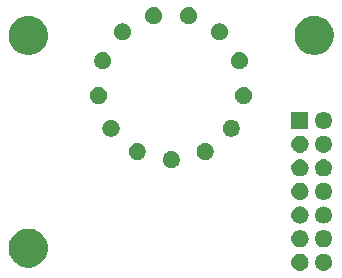
<source format=gbr>
G04 #@! TF.GenerationSoftware,KiCad,Pcbnew,(5.1.2-1)-1*
G04 #@! TF.CreationDate,2021-04-17T11:50:00+08:00*
G04 #@! TF.ProjectId,Nixie,4e697869-652e-46b6-9963-61645f706362,rev?*
G04 #@! TF.SameCoordinates,Original*
G04 #@! TF.FileFunction,Soldermask,Bot*
G04 #@! TF.FilePolarity,Negative*
%FSLAX46Y46*%
G04 Gerber Fmt 4.6, Leading zero omitted, Abs format (unit mm)*
G04 Created by KiCad (PCBNEW (5.1.2-1)-1) date 2021-04-17 11:50:00*
%MOMM*%
%LPD*%
G04 APERTURE LIST*
%ADD10C,0.100000*%
G04 APERTURE END LIST*
D10*
G36*
X177071213Y-101477502D02*
G01*
X177142321Y-101484505D01*
X177279172Y-101526019D01*
X177279175Y-101526020D01*
X177405294Y-101593432D01*
X177515843Y-101684157D01*
X177606568Y-101794706D01*
X177673980Y-101920825D01*
X177673981Y-101920828D01*
X177715495Y-102057679D01*
X177729512Y-102200000D01*
X177715495Y-102342321D01*
X177678857Y-102463097D01*
X177673980Y-102479175D01*
X177606568Y-102605294D01*
X177515843Y-102715843D01*
X177405294Y-102806568D01*
X177279175Y-102873980D01*
X177279172Y-102873981D01*
X177142321Y-102915495D01*
X177071213Y-102922498D01*
X177035660Y-102926000D01*
X176964340Y-102926000D01*
X176928787Y-102922498D01*
X176857679Y-102915495D01*
X176720828Y-102873981D01*
X176720825Y-102873980D01*
X176594706Y-102806568D01*
X176484157Y-102715843D01*
X176393432Y-102605294D01*
X176326020Y-102479175D01*
X176321143Y-102463097D01*
X176284505Y-102342321D01*
X176270488Y-102200000D01*
X176284505Y-102057679D01*
X176326019Y-101920828D01*
X176326020Y-101920825D01*
X176393432Y-101794706D01*
X176484157Y-101684157D01*
X176594706Y-101593432D01*
X176720825Y-101526020D01*
X176720828Y-101526019D01*
X176857679Y-101484505D01*
X176928787Y-101477502D01*
X176964340Y-101474000D01*
X177035660Y-101474000D01*
X177071213Y-101477502D01*
X177071213Y-101477502D01*
G37*
G36*
X175071213Y-101477502D02*
G01*
X175142321Y-101484505D01*
X175279172Y-101526019D01*
X175279175Y-101526020D01*
X175405294Y-101593432D01*
X175515843Y-101684157D01*
X175606568Y-101794706D01*
X175673980Y-101920825D01*
X175673981Y-101920828D01*
X175715495Y-102057679D01*
X175729512Y-102200000D01*
X175715495Y-102342321D01*
X175678857Y-102463097D01*
X175673980Y-102479175D01*
X175606568Y-102605294D01*
X175515843Y-102715843D01*
X175405294Y-102806568D01*
X175279175Y-102873980D01*
X175279172Y-102873981D01*
X175142321Y-102915495D01*
X175071213Y-102922498D01*
X175035660Y-102926000D01*
X174964340Y-102926000D01*
X174928787Y-102922498D01*
X174857679Y-102915495D01*
X174720828Y-102873981D01*
X174720825Y-102873980D01*
X174594706Y-102806568D01*
X174484157Y-102715843D01*
X174393432Y-102605294D01*
X174326020Y-102479175D01*
X174321143Y-102463097D01*
X174284505Y-102342321D01*
X174270488Y-102200000D01*
X174284505Y-102057679D01*
X174326019Y-101920828D01*
X174326020Y-101920825D01*
X174393432Y-101794706D01*
X174484157Y-101684157D01*
X174594706Y-101593432D01*
X174720825Y-101526020D01*
X174720828Y-101526019D01*
X174857679Y-101484505D01*
X174928787Y-101477502D01*
X174964340Y-101474000D01*
X175035660Y-101474000D01*
X175071213Y-101477502D01*
X175071213Y-101477502D01*
G37*
G36*
X152375256Y-99391298D02*
G01*
X152481579Y-99412447D01*
X152782042Y-99536903D01*
X153052451Y-99717585D01*
X153282415Y-99947549D01*
X153463097Y-100217958D01*
X153587553Y-100518421D01*
X153651000Y-100837391D01*
X153651000Y-101162609D01*
X153587553Y-101481579D01*
X153463097Y-101782042D01*
X153282415Y-102052451D01*
X153052451Y-102282415D01*
X152782042Y-102463097D01*
X152782041Y-102463098D01*
X152782040Y-102463098D01*
X152694037Y-102499550D01*
X152481579Y-102587553D01*
X152392389Y-102605294D01*
X152162611Y-102651000D01*
X151837389Y-102651000D01*
X151607611Y-102605294D01*
X151518421Y-102587553D01*
X151305963Y-102499550D01*
X151217960Y-102463098D01*
X151217959Y-102463098D01*
X151217958Y-102463097D01*
X150947549Y-102282415D01*
X150717585Y-102052451D01*
X150536903Y-101782042D01*
X150412447Y-101481579D01*
X150349000Y-101162609D01*
X150349000Y-100837391D01*
X150412447Y-100518421D01*
X150536903Y-100217958D01*
X150717585Y-99947549D01*
X150947549Y-99717585D01*
X151217958Y-99536903D01*
X151518421Y-99412447D01*
X151624744Y-99391298D01*
X151837389Y-99349000D01*
X152162611Y-99349000D01*
X152375256Y-99391298D01*
X152375256Y-99391298D01*
G37*
G36*
X175071213Y-99477502D02*
G01*
X175142321Y-99484505D01*
X175279172Y-99526019D01*
X175279175Y-99526020D01*
X175405294Y-99593432D01*
X175515843Y-99684157D01*
X175606568Y-99794706D01*
X175673980Y-99920825D01*
X175673981Y-99920828D01*
X175715495Y-100057679D01*
X175729512Y-100200000D01*
X175715495Y-100342321D01*
X175673981Y-100479172D01*
X175673980Y-100479175D01*
X175606568Y-100605294D01*
X175515843Y-100715843D01*
X175405294Y-100806568D01*
X175279175Y-100873980D01*
X175279172Y-100873981D01*
X175142321Y-100915495D01*
X175071213Y-100922498D01*
X175035660Y-100926000D01*
X174964340Y-100926000D01*
X174928787Y-100922498D01*
X174857679Y-100915495D01*
X174720828Y-100873981D01*
X174720825Y-100873980D01*
X174594706Y-100806568D01*
X174484157Y-100715843D01*
X174393432Y-100605294D01*
X174326020Y-100479175D01*
X174326019Y-100479172D01*
X174284505Y-100342321D01*
X174270488Y-100200000D01*
X174284505Y-100057679D01*
X174326019Y-99920828D01*
X174326020Y-99920825D01*
X174393432Y-99794706D01*
X174484157Y-99684157D01*
X174594706Y-99593432D01*
X174720825Y-99526020D01*
X174720828Y-99526019D01*
X174857679Y-99484505D01*
X174928787Y-99477502D01*
X174964340Y-99474000D01*
X175035660Y-99474000D01*
X175071213Y-99477502D01*
X175071213Y-99477502D01*
G37*
G36*
X177071213Y-99477502D02*
G01*
X177142321Y-99484505D01*
X177279172Y-99526019D01*
X177279175Y-99526020D01*
X177405294Y-99593432D01*
X177515843Y-99684157D01*
X177606568Y-99794706D01*
X177673980Y-99920825D01*
X177673981Y-99920828D01*
X177715495Y-100057679D01*
X177729512Y-100200000D01*
X177715495Y-100342321D01*
X177673981Y-100479172D01*
X177673980Y-100479175D01*
X177606568Y-100605294D01*
X177515843Y-100715843D01*
X177405294Y-100806568D01*
X177279175Y-100873980D01*
X177279172Y-100873981D01*
X177142321Y-100915495D01*
X177071213Y-100922498D01*
X177035660Y-100926000D01*
X176964340Y-100926000D01*
X176928787Y-100922498D01*
X176857679Y-100915495D01*
X176720828Y-100873981D01*
X176720825Y-100873980D01*
X176594706Y-100806568D01*
X176484157Y-100715843D01*
X176393432Y-100605294D01*
X176326020Y-100479175D01*
X176326019Y-100479172D01*
X176284505Y-100342321D01*
X176270488Y-100200000D01*
X176284505Y-100057679D01*
X176326019Y-99920828D01*
X176326020Y-99920825D01*
X176393432Y-99794706D01*
X176484157Y-99684157D01*
X176594706Y-99593432D01*
X176720825Y-99526020D01*
X176720828Y-99526019D01*
X176857679Y-99484505D01*
X176928787Y-99477502D01*
X176964340Y-99474000D01*
X177035660Y-99474000D01*
X177071213Y-99477502D01*
X177071213Y-99477502D01*
G37*
G36*
X177071213Y-97477502D02*
G01*
X177142321Y-97484505D01*
X177279172Y-97526019D01*
X177279175Y-97526020D01*
X177405294Y-97593432D01*
X177515843Y-97684157D01*
X177606568Y-97794706D01*
X177673980Y-97920825D01*
X177673981Y-97920828D01*
X177715495Y-98057679D01*
X177729512Y-98200000D01*
X177715495Y-98342321D01*
X177673981Y-98479172D01*
X177673980Y-98479175D01*
X177606568Y-98605294D01*
X177515843Y-98715843D01*
X177405294Y-98806568D01*
X177279175Y-98873980D01*
X177279172Y-98873981D01*
X177142321Y-98915495D01*
X177071213Y-98922498D01*
X177035660Y-98926000D01*
X176964340Y-98926000D01*
X176928787Y-98922498D01*
X176857679Y-98915495D01*
X176720828Y-98873981D01*
X176720825Y-98873980D01*
X176594706Y-98806568D01*
X176484157Y-98715843D01*
X176393432Y-98605294D01*
X176326020Y-98479175D01*
X176326019Y-98479172D01*
X176284505Y-98342321D01*
X176270488Y-98200000D01*
X176284505Y-98057679D01*
X176326019Y-97920828D01*
X176326020Y-97920825D01*
X176393432Y-97794706D01*
X176484157Y-97684157D01*
X176594706Y-97593432D01*
X176720825Y-97526020D01*
X176720828Y-97526019D01*
X176857679Y-97484505D01*
X176928787Y-97477502D01*
X176964340Y-97474000D01*
X177035660Y-97474000D01*
X177071213Y-97477502D01*
X177071213Y-97477502D01*
G37*
G36*
X175071213Y-97477502D02*
G01*
X175142321Y-97484505D01*
X175279172Y-97526019D01*
X175279175Y-97526020D01*
X175405294Y-97593432D01*
X175515843Y-97684157D01*
X175606568Y-97794706D01*
X175673980Y-97920825D01*
X175673981Y-97920828D01*
X175715495Y-98057679D01*
X175729512Y-98200000D01*
X175715495Y-98342321D01*
X175673981Y-98479172D01*
X175673980Y-98479175D01*
X175606568Y-98605294D01*
X175515843Y-98715843D01*
X175405294Y-98806568D01*
X175279175Y-98873980D01*
X175279172Y-98873981D01*
X175142321Y-98915495D01*
X175071213Y-98922498D01*
X175035660Y-98926000D01*
X174964340Y-98926000D01*
X174928787Y-98922498D01*
X174857679Y-98915495D01*
X174720828Y-98873981D01*
X174720825Y-98873980D01*
X174594706Y-98806568D01*
X174484157Y-98715843D01*
X174393432Y-98605294D01*
X174326020Y-98479175D01*
X174326019Y-98479172D01*
X174284505Y-98342321D01*
X174270488Y-98200000D01*
X174284505Y-98057679D01*
X174326019Y-97920828D01*
X174326020Y-97920825D01*
X174393432Y-97794706D01*
X174484157Y-97684157D01*
X174594706Y-97593432D01*
X174720825Y-97526020D01*
X174720828Y-97526019D01*
X174857679Y-97484505D01*
X174928787Y-97477502D01*
X174964340Y-97474000D01*
X175035660Y-97474000D01*
X175071213Y-97477502D01*
X175071213Y-97477502D01*
G37*
G36*
X177071213Y-95477502D02*
G01*
X177142321Y-95484505D01*
X177279172Y-95526019D01*
X177279175Y-95526020D01*
X177405294Y-95593432D01*
X177515843Y-95684157D01*
X177606568Y-95794706D01*
X177673980Y-95920825D01*
X177673981Y-95920828D01*
X177715495Y-96057679D01*
X177729512Y-96200000D01*
X177715495Y-96342321D01*
X177673981Y-96479172D01*
X177673980Y-96479175D01*
X177606568Y-96605294D01*
X177515843Y-96715843D01*
X177405294Y-96806568D01*
X177279175Y-96873980D01*
X177279172Y-96873981D01*
X177142321Y-96915495D01*
X177071213Y-96922498D01*
X177035660Y-96926000D01*
X176964340Y-96926000D01*
X176928787Y-96922498D01*
X176857679Y-96915495D01*
X176720828Y-96873981D01*
X176720825Y-96873980D01*
X176594706Y-96806568D01*
X176484157Y-96715843D01*
X176393432Y-96605294D01*
X176326020Y-96479175D01*
X176326019Y-96479172D01*
X176284505Y-96342321D01*
X176270488Y-96200000D01*
X176284505Y-96057679D01*
X176326019Y-95920828D01*
X176326020Y-95920825D01*
X176393432Y-95794706D01*
X176484157Y-95684157D01*
X176594706Y-95593432D01*
X176720825Y-95526020D01*
X176720828Y-95526019D01*
X176857679Y-95484505D01*
X176928787Y-95477502D01*
X176964340Y-95474000D01*
X177035660Y-95474000D01*
X177071213Y-95477502D01*
X177071213Y-95477502D01*
G37*
G36*
X175071213Y-95477502D02*
G01*
X175142321Y-95484505D01*
X175279172Y-95526019D01*
X175279175Y-95526020D01*
X175405294Y-95593432D01*
X175515843Y-95684157D01*
X175606568Y-95794706D01*
X175673980Y-95920825D01*
X175673981Y-95920828D01*
X175715495Y-96057679D01*
X175729512Y-96200000D01*
X175715495Y-96342321D01*
X175673981Y-96479172D01*
X175673980Y-96479175D01*
X175606568Y-96605294D01*
X175515843Y-96715843D01*
X175405294Y-96806568D01*
X175279175Y-96873980D01*
X175279172Y-96873981D01*
X175142321Y-96915495D01*
X175071213Y-96922498D01*
X175035660Y-96926000D01*
X174964340Y-96926000D01*
X174928787Y-96922498D01*
X174857679Y-96915495D01*
X174720828Y-96873981D01*
X174720825Y-96873980D01*
X174594706Y-96806568D01*
X174484157Y-96715843D01*
X174393432Y-96605294D01*
X174326020Y-96479175D01*
X174326019Y-96479172D01*
X174284505Y-96342321D01*
X174270488Y-96200000D01*
X174284505Y-96057679D01*
X174326019Y-95920828D01*
X174326020Y-95920825D01*
X174393432Y-95794706D01*
X174484157Y-95684157D01*
X174594706Y-95593432D01*
X174720825Y-95526020D01*
X174720828Y-95526019D01*
X174857679Y-95484505D01*
X174928787Y-95477502D01*
X174964340Y-95474000D01*
X175035660Y-95474000D01*
X175071213Y-95477502D01*
X175071213Y-95477502D01*
G37*
G36*
X177071213Y-93477502D02*
G01*
X177142321Y-93484505D01*
X177279172Y-93526019D01*
X177279175Y-93526020D01*
X177405294Y-93593432D01*
X177515843Y-93684157D01*
X177606568Y-93794706D01*
X177673980Y-93920825D01*
X177673981Y-93920828D01*
X177715495Y-94057679D01*
X177729512Y-94200000D01*
X177715495Y-94342321D01*
X177673981Y-94479172D01*
X177673980Y-94479175D01*
X177606568Y-94605294D01*
X177515843Y-94715843D01*
X177405294Y-94806568D01*
X177279175Y-94873980D01*
X177279172Y-94873981D01*
X177142321Y-94915495D01*
X177071213Y-94922498D01*
X177035660Y-94926000D01*
X176964340Y-94926000D01*
X176928787Y-94922498D01*
X176857679Y-94915495D01*
X176720828Y-94873981D01*
X176720825Y-94873980D01*
X176594706Y-94806568D01*
X176484157Y-94715843D01*
X176393432Y-94605294D01*
X176326020Y-94479175D01*
X176326019Y-94479172D01*
X176284505Y-94342321D01*
X176270488Y-94200000D01*
X176284505Y-94057679D01*
X176326019Y-93920828D01*
X176326020Y-93920825D01*
X176393432Y-93794706D01*
X176484157Y-93684157D01*
X176594706Y-93593432D01*
X176720825Y-93526020D01*
X176720828Y-93526019D01*
X176857679Y-93484505D01*
X176928787Y-93477502D01*
X176964340Y-93474000D01*
X177035660Y-93474000D01*
X177071213Y-93477502D01*
X177071213Y-93477502D01*
G37*
G36*
X175071213Y-93477502D02*
G01*
X175142321Y-93484505D01*
X175279172Y-93526019D01*
X175279175Y-93526020D01*
X175405294Y-93593432D01*
X175515843Y-93684157D01*
X175606568Y-93794706D01*
X175673980Y-93920825D01*
X175673981Y-93920828D01*
X175715495Y-94057679D01*
X175729512Y-94200000D01*
X175715495Y-94342321D01*
X175673981Y-94479172D01*
X175673980Y-94479175D01*
X175606568Y-94605294D01*
X175515843Y-94715843D01*
X175405294Y-94806568D01*
X175279175Y-94873980D01*
X175279172Y-94873981D01*
X175142321Y-94915495D01*
X175071213Y-94922498D01*
X175035660Y-94926000D01*
X174964340Y-94926000D01*
X174928787Y-94922498D01*
X174857679Y-94915495D01*
X174720828Y-94873981D01*
X174720825Y-94873980D01*
X174594706Y-94806568D01*
X174484157Y-94715843D01*
X174393432Y-94605294D01*
X174326020Y-94479175D01*
X174326019Y-94479172D01*
X174284505Y-94342321D01*
X174270488Y-94200000D01*
X174284505Y-94057679D01*
X174326019Y-93920828D01*
X174326020Y-93920825D01*
X174393432Y-93794706D01*
X174484157Y-93684157D01*
X174594706Y-93593432D01*
X174720825Y-93526020D01*
X174720828Y-93526019D01*
X174857679Y-93484505D01*
X174928787Y-93477502D01*
X174964340Y-93474000D01*
X175035660Y-93474000D01*
X175071213Y-93477502D01*
X175071213Y-93477502D01*
G37*
G36*
X164306572Y-92824126D02*
G01*
X164438350Y-92878711D01*
X164556947Y-92957955D01*
X164657805Y-93058813D01*
X164737049Y-93177410D01*
X164791634Y-93309188D01*
X164819460Y-93449082D01*
X164819460Y-93591718D01*
X164791634Y-93731612D01*
X164737049Y-93863390D01*
X164657805Y-93981987D01*
X164556947Y-94082845D01*
X164438350Y-94162089D01*
X164306572Y-94216674D01*
X164166678Y-94244500D01*
X164024042Y-94244500D01*
X163884148Y-94216674D01*
X163752370Y-94162089D01*
X163633773Y-94082845D01*
X163532915Y-93981987D01*
X163453671Y-93863390D01*
X163399086Y-93731612D01*
X163371260Y-93591718D01*
X163371260Y-93449082D01*
X163399086Y-93309188D01*
X163453671Y-93177410D01*
X163532915Y-93058813D01*
X163633773Y-92957955D01*
X163752370Y-92878711D01*
X163884148Y-92824126D01*
X164024042Y-92796300D01*
X164166678Y-92796300D01*
X164306572Y-92824126D01*
X164306572Y-92824126D01*
G37*
G36*
X167181852Y-92115466D02*
G01*
X167313630Y-92170051D01*
X167432227Y-92249295D01*
X167533085Y-92350153D01*
X167612329Y-92468750D01*
X167666914Y-92600528D01*
X167694740Y-92740422D01*
X167694740Y-92883058D01*
X167666914Y-93022952D01*
X167612329Y-93154730D01*
X167533085Y-93273327D01*
X167432227Y-93374185D01*
X167313630Y-93453429D01*
X167181852Y-93508014D01*
X167041958Y-93535840D01*
X166899322Y-93535840D01*
X166759428Y-93508014D01*
X166627650Y-93453429D01*
X166509053Y-93374185D01*
X166408195Y-93273327D01*
X166328951Y-93154730D01*
X166274366Y-93022952D01*
X166246540Y-92883058D01*
X166246540Y-92740422D01*
X166274366Y-92600528D01*
X166328951Y-92468750D01*
X166408195Y-92350153D01*
X166509053Y-92249295D01*
X166627650Y-92170051D01*
X166759428Y-92115466D01*
X166899322Y-92087640D01*
X167041958Y-92087640D01*
X167181852Y-92115466D01*
X167181852Y-92115466D01*
G37*
G36*
X161431292Y-92115466D02*
G01*
X161563070Y-92170051D01*
X161681667Y-92249295D01*
X161782525Y-92350153D01*
X161861769Y-92468750D01*
X161916354Y-92600528D01*
X161944180Y-92740422D01*
X161944180Y-92883058D01*
X161916354Y-93022952D01*
X161861769Y-93154730D01*
X161782525Y-93273327D01*
X161681667Y-93374185D01*
X161563070Y-93453429D01*
X161431292Y-93508014D01*
X161291398Y-93535840D01*
X161148762Y-93535840D01*
X161008868Y-93508014D01*
X160877090Y-93453429D01*
X160758493Y-93374185D01*
X160657635Y-93273327D01*
X160578391Y-93154730D01*
X160523806Y-93022952D01*
X160495980Y-92883058D01*
X160495980Y-92740422D01*
X160523806Y-92600528D01*
X160578391Y-92468750D01*
X160657635Y-92350153D01*
X160758493Y-92249295D01*
X160877090Y-92170051D01*
X161008868Y-92115466D01*
X161148762Y-92087640D01*
X161291398Y-92087640D01*
X161431292Y-92115466D01*
X161431292Y-92115466D01*
G37*
G36*
X175071213Y-91477502D02*
G01*
X175142321Y-91484505D01*
X175279172Y-91526019D01*
X175279175Y-91526020D01*
X175405294Y-91593432D01*
X175515843Y-91684157D01*
X175606568Y-91794706D01*
X175673980Y-91920825D01*
X175673981Y-91920828D01*
X175715495Y-92057679D01*
X175729512Y-92200000D01*
X175715495Y-92342321D01*
X175673981Y-92479172D01*
X175673980Y-92479175D01*
X175606568Y-92605294D01*
X175515843Y-92715843D01*
X175405294Y-92806568D01*
X175279175Y-92873980D01*
X175279172Y-92873981D01*
X175142321Y-92915495D01*
X175071213Y-92922498D01*
X175035660Y-92926000D01*
X174964340Y-92926000D01*
X174928787Y-92922498D01*
X174857679Y-92915495D01*
X174720828Y-92873981D01*
X174720825Y-92873980D01*
X174594706Y-92806568D01*
X174484157Y-92715843D01*
X174393432Y-92605294D01*
X174326020Y-92479175D01*
X174326019Y-92479172D01*
X174284505Y-92342321D01*
X174270488Y-92200000D01*
X174284505Y-92057679D01*
X174326019Y-91920828D01*
X174326020Y-91920825D01*
X174393432Y-91794706D01*
X174484157Y-91684157D01*
X174594706Y-91593432D01*
X174720825Y-91526020D01*
X174720828Y-91526019D01*
X174857679Y-91484505D01*
X174928787Y-91477502D01*
X174964340Y-91474000D01*
X175035660Y-91474000D01*
X175071213Y-91477502D01*
X175071213Y-91477502D01*
G37*
G36*
X177071213Y-91477502D02*
G01*
X177142321Y-91484505D01*
X177279172Y-91526019D01*
X177279175Y-91526020D01*
X177405294Y-91593432D01*
X177515843Y-91684157D01*
X177606568Y-91794706D01*
X177673980Y-91920825D01*
X177673981Y-91920828D01*
X177715495Y-92057679D01*
X177729512Y-92200000D01*
X177715495Y-92342321D01*
X177673981Y-92479172D01*
X177673980Y-92479175D01*
X177606568Y-92605294D01*
X177515843Y-92715843D01*
X177405294Y-92806568D01*
X177279175Y-92873980D01*
X177279172Y-92873981D01*
X177142321Y-92915495D01*
X177071213Y-92922498D01*
X177035660Y-92926000D01*
X176964340Y-92926000D01*
X176928787Y-92922498D01*
X176857679Y-92915495D01*
X176720828Y-92873981D01*
X176720825Y-92873980D01*
X176594706Y-92806568D01*
X176484157Y-92715843D01*
X176393432Y-92605294D01*
X176326020Y-92479175D01*
X176326019Y-92479172D01*
X176284505Y-92342321D01*
X176270488Y-92200000D01*
X176284505Y-92057679D01*
X176326019Y-91920828D01*
X176326020Y-91920825D01*
X176393432Y-91794706D01*
X176484157Y-91684157D01*
X176594706Y-91593432D01*
X176720825Y-91526020D01*
X176720828Y-91526019D01*
X176857679Y-91484505D01*
X176928787Y-91477502D01*
X176964340Y-91474000D01*
X177035660Y-91474000D01*
X177071213Y-91477502D01*
X177071213Y-91477502D01*
G37*
G36*
X159213872Y-90152046D02*
G01*
X159345650Y-90206631D01*
X159464247Y-90285875D01*
X159565105Y-90386733D01*
X159644349Y-90505330D01*
X159698934Y-90637108D01*
X159726760Y-90777002D01*
X159726760Y-90919638D01*
X159698934Y-91059532D01*
X159644349Y-91191310D01*
X159565105Y-91309907D01*
X159464247Y-91410765D01*
X159345650Y-91490009D01*
X159213872Y-91544594D01*
X159073978Y-91572420D01*
X158931342Y-91572420D01*
X158791448Y-91544594D01*
X158659670Y-91490009D01*
X158541073Y-91410765D01*
X158440215Y-91309907D01*
X158360971Y-91191310D01*
X158306386Y-91059532D01*
X158278560Y-90919638D01*
X158278560Y-90777002D01*
X158306386Y-90637108D01*
X158360971Y-90505330D01*
X158440215Y-90386733D01*
X158541073Y-90285875D01*
X158659670Y-90206631D01*
X158791448Y-90152046D01*
X158931342Y-90124220D01*
X159073978Y-90124220D01*
X159213872Y-90152046D01*
X159213872Y-90152046D01*
G37*
G36*
X169399272Y-90152046D02*
G01*
X169531050Y-90206631D01*
X169649647Y-90285875D01*
X169750505Y-90386733D01*
X169829749Y-90505330D01*
X169884334Y-90637108D01*
X169912160Y-90777002D01*
X169912160Y-90919638D01*
X169884334Y-91059532D01*
X169829749Y-91191310D01*
X169750505Y-91309907D01*
X169649647Y-91410765D01*
X169531050Y-91490009D01*
X169399272Y-91544594D01*
X169259378Y-91572420D01*
X169116742Y-91572420D01*
X168976848Y-91544594D01*
X168845070Y-91490009D01*
X168726473Y-91410765D01*
X168625615Y-91309907D01*
X168546371Y-91191310D01*
X168491786Y-91059532D01*
X168463960Y-90919638D01*
X168463960Y-90777002D01*
X168491786Y-90637108D01*
X168546371Y-90505330D01*
X168625615Y-90386733D01*
X168726473Y-90285875D01*
X168845070Y-90206631D01*
X168976848Y-90152046D01*
X169116742Y-90124220D01*
X169259378Y-90124220D01*
X169399272Y-90152046D01*
X169399272Y-90152046D01*
G37*
G36*
X175726000Y-90926000D02*
G01*
X174274000Y-90926000D01*
X174274000Y-89474000D01*
X175726000Y-89474000D01*
X175726000Y-90926000D01*
X175726000Y-90926000D01*
G37*
G36*
X177071213Y-89477502D02*
G01*
X177142321Y-89484505D01*
X177279172Y-89526019D01*
X177279175Y-89526020D01*
X177405294Y-89593432D01*
X177515843Y-89684157D01*
X177606568Y-89794706D01*
X177673980Y-89920825D01*
X177673981Y-89920828D01*
X177715495Y-90057679D01*
X177729512Y-90200000D01*
X177715495Y-90342321D01*
X177673981Y-90479172D01*
X177673980Y-90479175D01*
X177606568Y-90605294D01*
X177515843Y-90715843D01*
X177405294Y-90806568D01*
X177279175Y-90873980D01*
X177279172Y-90873981D01*
X177142321Y-90915495D01*
X177071213Y-90922498D01*
X177035660Y-90926000D01*
X176964340Y-90926000D01*
X176928787Y-90922498D01*
X176857679Y-90915495D01*
X176720828Y-90873981D01*
X176720825Y-90873980D01*
X176594706Y-90806568D01*
X176484157Y-90715843D01*
X176393432Y-90605294D01*
X176326020Y-90479175D01*
X176326019Y-90479172D01*
X176284505Y-90342321D01*
X176270488Y-90200000D01*
X176284505Y-90057679D01*
X176326019Y-89920828D01*
X176326020Y-89920825D01*
X176393432Y-89794706D01*
X176484157Y-89684157D01*
X176594706Y-89593432D01*
X176720825Y-89526020D01*
X176720828Y-89526019D01*
X176857679Y-89484505D01*
X176928787Y-89477502D01*
X176964340Y-89474000D01*
X177035660Y-89474000D01*
X177071213Y-89477502D01*
X177071213Y-89477502D01*
G37*
G36*
X158162312Y-87380906D02*
G01*
X158294090Y-87435491D01*
X158412687Y-87514735D01*
X158513545Y-87615593D01*
X158592789Y-87734190D01*
X158647374Y-87865968D01*
X158675200Y-88005862D01*
X158675200Y-88148498D01*
X158647374Y-88288392D01*
X158592789Y-88420170D01*
X158513545Y-88538767D01*
X158412687Y-88639625D01*
X158294090Y-88718869D01*
X158162312Y-88773454D01*
X158022418Y-88801280D01*
X157879782Y-88801280D01*
X157739888Y-88773454D01*
X157608110Y-88718869D01*
X157489513Y-88639625D01*
X157388655Y-88538767D01*
X157309411Y-88420170D01*
X157254826Y-88288392D01*
X157227000Y-88148498D01*
X157227000Y-88005862D01*
X157254826Y-87865968D01*
X157309411Y-87734190D01*
X157388655Y-87615593D01*
X157489513Y-87514735D01*
X157608110Y-87435491D01*
X157739888Y-87380906D01*
X157879782Y-87353080D01*
X158022418Y-87353080D01*
X158162312Y-87380906D01*
X158162312Y-87380906D01*
G37*
G36*
X170450832Y-87380906D02*
G01*
X170582610Y-87435491D01*
X170701207Y-87514735D01*
X170802065Y-87615593D01*
X170881309Y-87734190D01*
X170935894Y-87865968D01*
X170963720Y-88005862D01*
X170963720Y-88148498D01*
X170935894Y-88288392D01*
X170881309Y-88420170D01*
X170802065Y-88538767D01*
X170701207Y-88639625D01*
X170582610Y-88718869D01*
X170450832Y-88773454D01*
X170310938Y-88801280D01*
X170168302Y-88801280D01*
X170028408Y-88773454D01*
X169896630Y-88718869D01*
X169778033Y-88639625D01*
X169677175Y-88538767D01*
X169597931Y-88420170D01*
X169543346Y-88288392D01*
X169515520Y-88148498D01*
X169515520Y-88005862D01*
X169543346Y-87865968D01*
X169597931Y-87734190D01*
X169677175Y-87615593D01*
X169778033Y-87514735D01*
X169896630Y-87435491D01*
X170028408Y-87380906D01*
X170168302Y-87353080D01*
X170310938Y-87353080D01*
X170450832Y-87380906D01*
X170450832Y-87380906D01*
G37*
G36*
X158520452Y-84442126D02*
G01*
X158652230Y-84496711D01*
X158770827Y-84575955D01*
X158871685Y-84676813D01*
X158950929Y-84795410D01*
X159005514Y-84927188D01*
X159033340Y-85067082D01*
X159033340Y-85209718D01*
X159005514Y-85349612D01*
X158950929Y-85481390D01*
X158871685Y-85599987D01*
X158770827Y-85700845D01*
X158652230Y-85780089D01*
X158520452Y-85834674D01*
X158380558Y-85862500D01*
X158237922Y-85862500D01*
X158098028Y-85834674D01*
X157966250Y-85780089D01*
X157847653Y-85700845D01*
X157746795Y-85599987D01*
X157667551Y-85481390D01*
X157612966Y-85349612D01*
X157585140Y-85209718D01*
X157585140Y-85067082D01*
X157612966Y-84927188D01*
X157667551Y-84795410D01*
X157746795Y-84676813D01*
X157847653Y-84575955D01*
X157966250Y-84496711D01*
X158098028Y-84442126D01*
X158237922Y-84414300D01*
X158380558Y-84414300D01*
X158520452Y-84442126D01*
X158520452Y-84442126D01*
G37*
G36*
X170092692Y-84442126D02*
G01*
X170224470Y-84496711D01*
X170343067Y-84575955D01*
X170443925Y-84676813D01*
X170523169Y-84795410D01*
X170577754Y-84927188D01*
X170605580Y-85067082D01*
X170605580Y-85209718D01*
X170577754Y-85349612D01*
X170523169Y-85481390D01*
X170443925Y-85599987D01*
X170343067Y-85700845D01*
X170224470Y-85780089D01*
X170092692Y-85834674D01*
X169952798Y-85862500D01*
X169810162Y-85862500D01*
X169670268Y-85834674D01*
X169538490Y-85780089D01*
X169419893Y-85700845D01*
X169319035Y-85599987D01*
X169239791Y-85481390D01*
X169185206Y-85349612D01*
X169157380Y-85209718D01*
X169157380Y-85067082D01*
X169185206Y-84927188D01*
X169239791Y-84795410D01*
X169319035Y-84676813D01*
X169419893Y-84575955D01*
X169538490Y-84496711D01*
X169670268Y-84442126D01*
X169810162Y-84414300D01*
X169952798Y-84414300D01*
X170092692Y-84442126D01*
X170092692Y-84442126D01*
G37*
G36*
X152375256Y-81391298D02*
G01*
X152481579Y-81412447D01*
X152782042Y-81536903D01*
X153052451Y-81717585D01*
X153282415Y-81947549D01*
X153463097Y-82217958D01*
X153575279Y-82488788D01*
X153587553Y-82518422D01*
X153651000Y-82837389D01*
X153651000Y-83162611D01*
X153631141Y-83262447D01*
X153587553Y-83481579D01*
X153463097Y-83782042D01*
X153282415Y-84052451D01*
X153052451Y-84282415D01*
X152782042Y-84463097D01*
X152481579Y-84587553D01*
X152375256Y-84608702D01*
X152162611Y-84651000D01*
X151837389Y-84651000D01*
X151624744Y-84608702D01*
X151518421Y-84587553D01*
X151217958Y-84463097D01*
X150947549Y-84282415D01*
X150717585Y-84052451D01*
X150536903Y-83782042D01*
X150412447Y-83481579D01*
X150368859Y-83262447D01*
X150349000Y-83162611D01*
X150349000Y-82837389D01*
X150412447Y-82518422D01*
X150424722Y-82488788D01*
X150536903Y-82217958D01*
X150717585Y-81947549D01*
X150947549Y-81717585D01*
X151217958Y-81536903D01*
X151518421Y-81412447D01*
X151624744Y-81391298D01*
X151837389Y-81349000D01*
X152162611Y-81349000D01*
X152375256Y-81391298D01*
X152375256Y-81391298D01*
G37*
G36*
X176575256Y-81391298D02*
G01*
X176681579Y-81412447D01*
X176982042Y-81536903D01*
X177252451Y-81717585D01*
X177482415Y-81947549D01*
X177663097Y-82217958D01*
X177775279Y-82488788D01*
X177787553Y-82518422D01*
X177851000Y-82837389D01*
X177851000Y-83162611D01*
X177831141Y-83262447D01*
X177787553Y-83481579D01*
X177663097Y-83782042D01*
X177482415Y-84052451D01*
X177252451Y-84282415D01*
X176982042Y-84463097D01*
X176681579Y-84587553D01*
X176575256Y-84608702D01*
X176362611Y-84651000D01*
X176037389Y-84651000D01*
X175824744Y-84608702D01*
X175718421Y-84587553D01*
X175417958Y-84463097D01*
X175147549Y-84282415D01*
X174917585Y-84052451D01*
X174736903Y-83782042D01*
X174612447Y-83481579D01*
X174568859Y-83262447D01*
X174549000Y-83162611D01*
X174549000Y-82837389D01*
X174612447Y-82518422D01*
X174624722Y-82488788D01*
X174736903Y-82217958D01*
X174917585Y-81947549D01*
X175147549Y-81717585D01*
X175417958Y-81536903D01*
X175718421Y-81412447D01*
X175824744Y-81391298D01*
X176037389Y-81349000D01*
X176362611Y-81349000D01*
X176575256Y-81391298D01*
X176575256Y-81391298D01*
G37*
G36*
X168411212Y-82003726D02*
G01*
X168542990Y-82058311D01*
X168661587Y-82137555D01*
X168762445Y-82238413D01*
X168841689Y-82357010D01*
X168896274Y-82488788D01*
X168924100Y-82628682D01*
X168924100Y-82771318D01*
X168896274Y-82911212D01*
X168841689Y-83042990D01*
X168762445Y-83161587D01*
X168661587Y-83262445D01*
X168542990Y-83341689D01*
X168411212Y-83396274D01*
X168271318Y-83424100D01*
X168128682Y-83424100D01*
X167988788Y-83396274D01*
X167857010Y-83341689D01*
X167738413Y-83262445D01*
X167637555Y-83161587D01*
X167558311Y-83042990D01*
X167503726Y-82911212D01*
X167475900Y-82771318D01*
X167475900Y-82628682D01*
X167503726Y-82488788D01*
X167558311Y-82357010D01*
X167637555Y-82238413D01*
X167738413Y-82137555D01*
X167857010Y-82058311D01*
X167988788Y-82003726D01*
X168128682Y-81975900D01*
X168271318Y-81975900D01*
X168411212Y-82003726D01*
X168411212Y-82003726D01*
G37*
G36*
X160201932Y-82003726D02*
G01*
X160333710Y-82058311D01*
X160452307Y-82137555D01*
X160553165Y-82238413D01*
X160632409Y-82357010D01*
X160686994Y-82488788D01*
X160714820Y-82628682D01*
X160714820Y-82771318D01*
X160686994Y-82911212D01*
X160632409Y-83042990D01*
X160553165Y-83161587D01*
X160452307Y-83262445D01*
X160333710Y-83341689D01*
X160201932Y-83396274D01*
X160062038Y-83424100D01*
X159919402Y-83424100D01*
X159779508Y-83396274D01*
X159647730Y-83341689D01*
X159529133Y-83262445D01*
X159428275Y-83161587D01*
X159349031Y-83042990D01*
X159294446Y-82911212D01*
X159266620Y-82771318D01*
X159266620Y-82628682D01*
X159294446Y-82488788D01*
X159349031Y-82357010D01*
X159428275Y-82238413D01*
X159529133Y-82137555D01*
X159647730Y-82058311D01*
X159779508Y-82003726D01*
X159919402Y-81975900D01*
X160062038Y-81975900D01*
X160201932Y-82003726D01*
X160201932Y-82003726D01*
G37*
G36*
X165787392Y-80627046D02*
G01*
X165919170Y-80681631D01*
X166037767Y-80760875D01*
X166138625Y-80861733D01*
X166217869Y-80980330D01*
X166272454Y-81112108D01*
X166300280Y-81252002D01*
X166300280Y-81394638D01*
X166272454Y-81534532D01*
X166217869Y-81666310D01*
X166138625Y-81784907D01*
X166037767Y-81885765D01*
X165919170Y-81965009D01*
X165787392Y-82019594D01*
X165647498Y-82047420D01*
X165504862Y-82047420D01*
X165364968Y-82019594D01*
X165233190Y-81965009D01*
X165114593Y-81885765D01*
X165013735Y-81784907D01*
X164934491Y-81666310D01*
X164879906Y-81534532D01*
X164852080Y-81394638D01*
X164852080Y-81252002D01*
X164879906Y-81112108D01*
X164934491Y-80980330D01*
X165013735Y-80861733D01*
X165114593Y-80760875D01*
X165233190Y-80681631D01*
X165364968Y-80627046D01*
X165504862Y-80599220D01*
X165647498Y-80599220D01*
X165787392Y-80627046D01*
X165787392Y-80627046D01*
G37*
G36*
X162825752Y-80627046D02*
G01*
X162957530Y-80681631D01*
X163076127Y-80760875D01*
X163176985Y-80861733D01*
X163256229Y-80980330D01*
X163310814Y-81112108D01*
X163338640Y-81252002D01*
X163338640Y-81394638D01*
X163310814Y-81534532D01*
X163256229Y-81666310D01*
X163176985Y-81784907D01*
X163076127Y-81885765D01*
X162957530Y-81965009D01*
X162825752Y-82019594D01*
X162685858Y-82047420D01*
X162543222Y-82047420D01*
X162403328Y-82019594D01*
X162271550Y-81965009D01*
X162152953Y-81885765D01*
X162052095Y-81784907D01*
X161972851Y-81666310D01*
X161918266Y-81534532D01*
X161890440Y-81394638D01*
X161890440Y-81252002D01*
X161918266Y-81112108D01*
X161972851Y-80980330D01*
X162052095Y-80861733D01*
X162152953Y-80760875D01*
X162271550Y-80681631D01*
X162403328Y-80627046D01*
X162543222Y-80599220D01*
X162685858Y-80599220D01*
X162825752Y-80627046D01*
X162825752Y-80627046D01*
G37*
M02*

</source>
